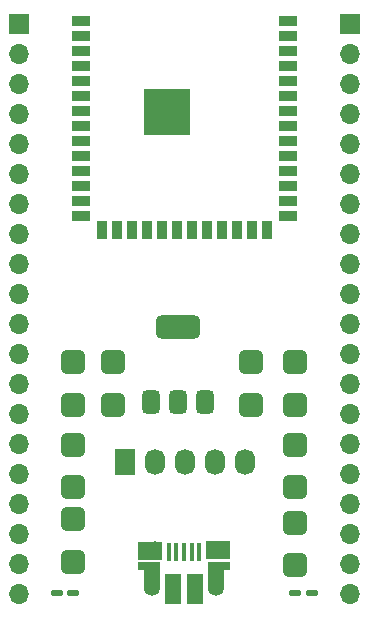
<source format=gts>
%TF.GenerationSoftware,KiCad,Pcbnew,8.0.6-8.0.6-0~ubuntu24.04.1*%
%TF.CreationDate,2024-10-30T09:24:07+01:00*%
%TF.ProjectId,breakout_pcb,62726561-6b6f-4757-945f-7063622e6b69,rev?*%
%TF.SameCoordinates,Original*%
%TF.FileFunction,Soldermask,Top*%
%TF.FilePolarity,Negative*%
%FSLAX46Y46*%
G04 Gerber Fmt 4.6, Leading zero omitted, Abs format (unit mm)*
G04 Created by KiCad (PCBNEW 8.0.6-8.0.6-0~ubuntu24.04.1) date 2024-10-30 09:24:07*
%MOMM*%
%LPD*%
G01*
G04 APERTURE LIST*
G04 Aperture macros list*
%AMRoundRect*
0 Rectangle with rounded corners*
0 $1 Rounding radius*
0 $2 $3 $4 $5 $6 $7 $8 $9 X,Y pos of 4 corners*
0 Add a 4 corners polygon primitive as box body*
4,1,4,$2,$3,$4,$5,$6,$7,$8,$9,$2,$3,0*
0 Add four circle primitives for the rounded corners*
1,1,$1+$1,$2,$3*
1,1,$1+$1,$4,$5*
1,1,$1+$1,$6,$7*
1,1,$1+$1,$8,$9*
0 Add four rect primitives between the rounded corners*
20,1,$1+$1,$2,$3,$4,$5,0*
20,1,$1+$1,$4,$5,$6,$7,0*
20,1,$1+$1,$6,$7,$8,$9,0*
20,1,$1+$1,$8,$9,$2,$3,0*%
G04 Aperture macros list end*
%ADD10R,1.700000X1.700000*%
%ADD11O,1.700000X1.700000*%
%ADD12RoundRect,0.384616X-0.615384X0.615384X-0.615384X-0.615384X0.615384X-0.615384X0.615384X0.615384X0*%
%ADD13R,1.700000X2.200000*%
%ADD14O,1.700000X2.200000*%
%ADD15RoundRect,0.125000X-0.375000X-0.125000X0.375000X-0.125000X0.375000X0.125000X-0.375000X0.125000X0*%
%ADD16R,0.400000X1.650000*%
%ADD17R,1.825000X0.700000*%
%ADD18R,2.000000X1.500000*%
%ADD19R,1.350000X2.000000*%
%ADD20O,1.350000X1.700000*%
%ADD21O,1.100000X1.500000*%
%ADD22R,1.430000X2.500000*%
%ADD23RoundRect,0.384616X0.615384X-0.615384X0.615384X0.615384X-0.615384X0.615384X-0.615384X-0.615384X0*%
%ADD24RoundRect,0.125000X0.375000X0.125000X-0.375000X0.125000X-0.375000X-0.125000X0.375000X-0.125000X0*%
%ADD25R,1.500000X0.900000*%
%ADD26R,0.900000X1.500000*%
%ADD27C,1.500000*%
%ADD28C,2.000000*%
%ADD29R,3.900000X3.900000*%
%ADD30RoundRect,0.375000X0.375000X-0.625000X0.375000X0.625000X-0.375000X0.625000X-0.375000X-0.625000X0*%
%ADD31RoundRect,0.500000X1.400000X-0.500000X1.400000X0.500000X-1.400000X0.500000X-1.400000X-0.500000X0*%
G04 APERTURE END LIST*
D10*
%TO.C,J2*%
X114170000Y-75700000D03*
D11*
X114170000Y-78240000D03*
X114170000Y-80780000D03*
X114170000Y-83320000D03*
X114170000Y-85860000D03*
X114170000Y-88400000D03*
X114170000Y-90940000D03*
X114170000Y-93480000D03*
X114170000Y-96020000D03*
X114170000Y-98560000D03*
X114170000Y-101100000D03*
X114170000Y-103640000D03*
X114170000Y-106180000D03*
X114170000Y-108720000D03*
X114170000Y-111260000D03*
X114170000Y-113800000D03*
X114170000Y-116340000D03*
X114170000Y-118880000D03*
X114170000Y-121420000D03*
X114170000Y-123960000D03*
%TD*%
D12*
%TO.C,C4*%
X122175000Y-104300000D03*
X122175000Y-107900000D03*
%TD*%
D13*
%TO.C,Mico_USB_Breakout1*%
X123120000Y-112750000D03*
D14*
X125660000Y-112750000D03*
X128200000Y-112750000D03*
X130740000Y-112750000D03*
X133280000Y-112750000D03*
%TD*%
D12*
%TO.C,R2*%
X118775000Y-117600000D03*
X118775000Y-121200000D03*
%TD*%
D10*
%TO.C,J3*%
X142175000Y-75700000D03*
D11*
X142175000Y-78240000D03*
X142175000Y-80780000D03*
X142175000Y-83320000D03*
X142175000Y-85860000D03*
X142175000Y-88400000D03*
X142175000Y-90940000D03*
X142175000Y-93480000D03*
X142175000Y-96020000D03*
X142175000Y-98560000D03*
X142175000Y-101100000D03*
X142175000Y-103640000D03*
X142175000Y-106180000D03*
X142175000Y-108720000D03*
X142175000Y-111260000D03*
X142175000Y-113800000D03*
X142175000Y-116340000D03*
X142175000Y-118880000D03*
X142175000Y-121420000D03*
X142175000Y-123960000D03*
%TD*%
D15*
%TO.C,D1*%
X117375000Y-123900000D03*
X118775000Y-123900000D03*
%TD*%
D16*
%TO.C,J1*%
X126845000Y-120370000D03*
X127495000Y-120370000D03*
X128145000Y-120370000D03*
X128795000Y-120370000D03*
X129445000Y-120370000D03*
D17*
X125195000Y-121570000D03*
D18*
X125295000Y-120270000D03*
D19*
X125415000Y-122320000D03*
D20*
X125415000Y-123250000D03*
D21*
X125725000Y-120250000D03*
D22*
X127185000Y-123520000D03*
X129105000Y-123520000D03*
D21*
X130565000Y-120250000D03*
D20*
X130875000Y-123250000D03*
D19*
X130895000Y-122320000D03*
D18*
X131045000Y-120250000D03*
D17*
X131145000Y-121570000D03*
%TD*%
D23*
%TO.C,F1*%
X133850000Y-107900000D03*
X133850000Y-104300000D03*
%TD*%
%TO.C,R1*%
X118775000Y-107900000D03*
X118775000Y-104300000D03*
%TD*%
D12*
%TO.C,R3*%
X137575000Y-117900000D03*
X137575000Y-121500000D03*
%TD*%
%TO.C,C2*%
X137575000Y-104300000D03*
X137575000Y-107900000D03*
%TD*%
D24*
%TO.C,D2*%
X138975000Y-123900000D03*
X137575000Y-123900000D03*
%TD*%
D23*
%TO.C,C1*%
X118775000Y-114900000D03*
X118775000Y-111300000D03*
%TD*%
%TO.C,C3*%
X137575000Y-114900000D03*
X137575000Y-111300000D03*
%TD*%
D25*
%TO.C,U2*%
X119425000Y-75390000D03*
X119425000Y-76660000D03*
X119425000Y-77930000D03*
X119425000Y-79200000D03*
X119425000Y-80470000D03*
X119425000Y-81740000D03*
X119425000Y-83010000D03*
X119425000Y-84280000D03*
X119425000Y-85550000D03*
X119425000Y-86820000D03*
X119425000Y-88090000D03*
X119425000Y-89360000D03*
X119425000Y-90630000D03*
X119425000Y-91900000D03*
D26*
X121190000Y-93150000D03*
X122460000Y-93150000D03*
X123730000Y-93150000D03*
X125000000Y-93150000D03*
X126270000Y-93150000D03*
X127540000Y-93150000D03*
X128810000Y-93150000D03*
X130080000Y-93150000D03*
X131350000Y-93150000D03*
X132620000Y-93150000D03*
X133890000Y-93150000D03*
X135160000Y-93150000D03*
D25*
X136925000Y-91900000D03*
X136925000Y-90630000D03*
X136925000Y-89360000D03*
X136925000Y-88090000D03*
X136925000Y-86820000D03*
X136925000Y-85550000D03*
X136925000Y-84280000D03*
X136925000Y-83010000D03*
X136925000Y-81740000D03*
X136925000Y-80470000D03*
X136925000Y-79200000D03*
X136925000Y-77930000D03*
X136925000Y-76660000D03*
X136925000Y-75390000D03*
D27*
X125665000Y-82070000D03*
D28*
X125875000Y-83940000D03*
D29*
X126675000Y-83110000D03*
D28*
X127605000Y-82190000D03*
D27*
X127715000Y-84070000D03*
%TD*%
D30*
%TO.C,U1*%
X125375000Y-107650000D03*
X127675000Y-107650000D03*
D31*
X127675000Y-101350000D03*
D30*
X129975000Y-107650000D03*
%TD*%
M02*

</source>
